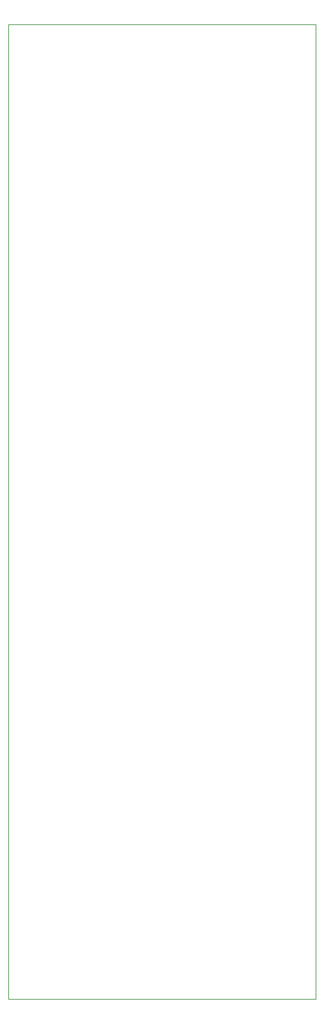
<source format=gbr>
%TF.GenerationSoftware,KiCad,Pcbnew,6.0.2+dfsg-1*%
%TF.CreationDate,2023-09-10T17:25:56+01:00*%
%TF.ProjectId,fr4panel,66723470-616e-4656-9c2e-6b696361645f,rev?*%
%TF.SameCoordinates,Original*%
%TF.FileFunction,Profile,NP*%
%FSLAX46Y46*%
G04 Gerber Fmt 4.6, Leading zero omitted, Abs format (unit mm)*
G04 Created by KiCad (PCBNEW 6.0.2+dfsg-1) date 2023-09-10 17:25:56*
%MOMM*%
%LPD*%
G01*
G04 APERTURE LIST*
%TA.AperFunction,Profile*%
%ADD10C,0.100000*%
%TD*%
G04 APERTURE END LIST*
D10*
X124430000Y-21900000D02*
X165050000Y-21900000D01*
X165050000Y-21900000D02*
X165050000Y-150420000D01*
X165050000Y-150420000D02*
X124430000Y-150420000D01*
X124430000Y-150420000D02*
X124430000Y-21900000D01*
M02*

</source>
